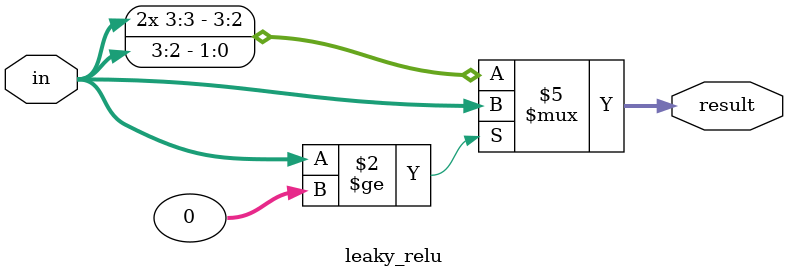
<source format=sv>
`timescale 1ns/1ps

module leaky_relu #(
	parameter ALPHA		         = 2,
	parameter COMPUTE_DATA_WIDTH     = 4
    ) (	
	input  logic signed [COMPUTE_DATA_WIDTH-1:0] in,
	output logic signed [COMPUTE_DATA_WIDTH-1:0] result
    );
    
    always_comb begin
	if (in >= 0)
	    result = in;
	else
	    result = in >>> ALPHA;
    end

endmodule: leaky_relu

</source>
